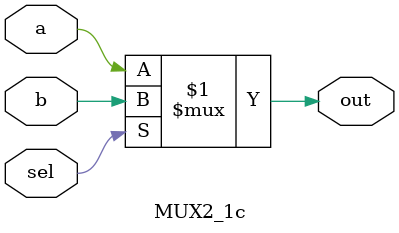
<source format=v>
module MUX2_1c(out,a,b,sel);
output out;
input a,b,sel;
assign out = sel ? b : a;
endmodule

</source>
